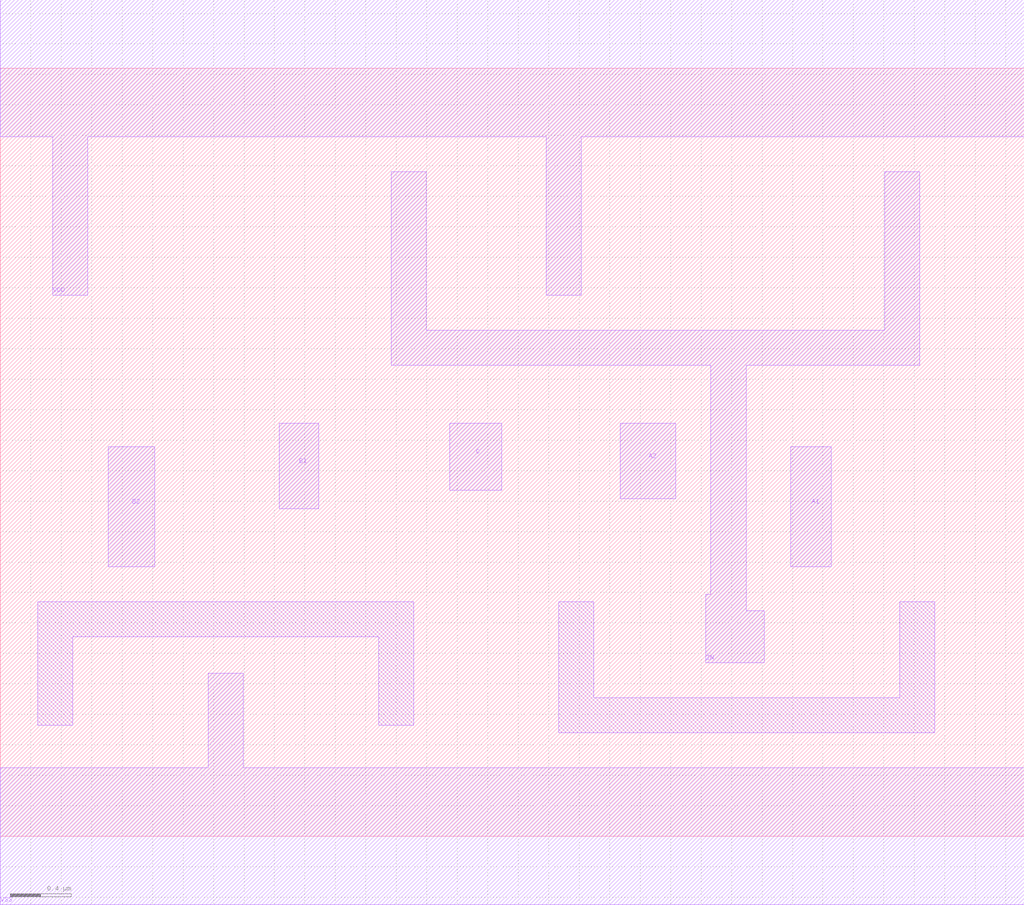
<source format=lef>
# Copyright 2022 GlobalFoundries PDK Authors
#
# Licensed under the Apache License, Version 2.0 (the "License");
# you may not use this file except in compliance with the License.
# You may obtain a copy of the License at
#
#      http://www.apache.org/licenses/LICENSE-2.0
#
# Unless required by applicable law or agreed to in writing, software
# distributed under the License is distributed on an "AS IS" BASIS,
# WITHOUT WARRANTIES OR CONDITIONS OF ANY KIND, either express or implied.
# See the License for the specific language governing permissions and
# limitations under the License.

MACRO gf180mcu_fd_sc_mcu9t5v0__oai221_1
  CLASS core ;
  FOREIGN gf180mcu_fd_sc_mcu9t5v0__oai221_1 0.0 0.0 ;
  ORIGIN 0 0 ;
  SYMMETRY X Y ;
  SITE GF018hv5v_green_sc9 ;
  SIZE 6.72 BY 5.04 ;
  PIN A1
    DIRECTION INPUT ;
    ANTENNAGATEAREA 1.707 ;
    PORT
      LAYER METAL1 ;
        POLYGON 5.19 1.77 5.455 1.77 5.455 2.555 5.19 2.555  ;
    END
  END A1
  PIN A2
    DIRECTION INPUT ;
    ANTENNAGATEAREA 1.707 ;
    PORT
      LAYER METAL1 ;
        POLYGON 4.07 2.215 4.435 2.215 4.435 2.71 4.07 2.71  ;
    END
  END A2
  PIN B1
    DIRECTION INPUT ;
    ANTENNAGATEAREA 1.707 ;
    PORT
      LAYER METAL1 ;
        POLYGON 1.83 2.15 2.09 2.15 2.09 2.71 1.83 2.71  ;
    END
  END B1
  PIN B2
    DIRECTION INPUT ;
    ANTENNAGATEAREA 1.707 ;
    PORT
      LAYER METAL1 ;
        POLYGON 0.71 1.77 1.015 1.77 1.015 2.555 0.71 2.555  ;
    END
  END B2
  PIN C
    DIRECTION INPUT ;
    ANTENNAGATEAREA 1.522 ;
    PORT
      LAYER METAL1 ;
        POLYGON 2.95 2.27 3.29 2.27 3.29 2.71 2.95 2.71  ;
    END
  END C
  PIN ZN
    DIRECTION OUTPUT ;
    ANTENNADIFFAREA 2.6616 ;
    PORT
      LAYER METAL1 ;
        POLYGON 4.895 3.09 6.035 3.09 6.035 4.36 5.805 4.36 5.805 3.32 2.795 3.32 2.795 4.36 2.715 4.36 2.565 4.36 2.565 3.09 2.715 3.09 4.665 3.09 4.665 1.59 4.63 1.59 4.63 1.14 5.015 1.14 5.015 1.48 4.895 1.48  ;
    END
  END ZN
  PIN VDD
    DIRECTION INOUT ;
    USE power ;
    SHAPE ABUTMENT ;
    PORT
      LAYER METAL1 ;
        POLYGON 0 4.59 0.345 4.59 0.345 3.55 0.575 3.55 0.575 4.59 2.715 4.59 3.585 4.59 3.585 3.55 3.815 3.55 3.815 4.59 6.135 4.59 6.72 4.59 6.72 5.49 6.135 5.49 2.715 5.49 0 5.49  ;
    END
  END VDD
  PIN VSS
    DIRECTION INOUT ;
    USE ground ;
    SHAPE ABUTMENT ;
    PORT
      LAYER METAL1 ;
        POLYGON 0 -0.45 6.72 -0.45 6.72 0.45 1.595 0.45 1.595 1.07 1.365 1.07 1.365 0.45 0 0.45  ;
    END
  END VSS
  OBS
      LAYER METAL1 ;
        POLYGON 0.245 0.73 0.475 0.73 0.475 1.31 2.485 1.31 2.485 0.73 2.715 0.73 2.715 1.54 0.245 1.54  ;
        POLYGON 3.665 0.68 6.135 0.68 6.135 1.54 5.905 1.54 5.905 0.91 3.895 0.91 3.895 1.54 3.665 1.54  ;
  END
END gf180mcu_fd_sc_mcu9t5v0__oai221_1

</source>
